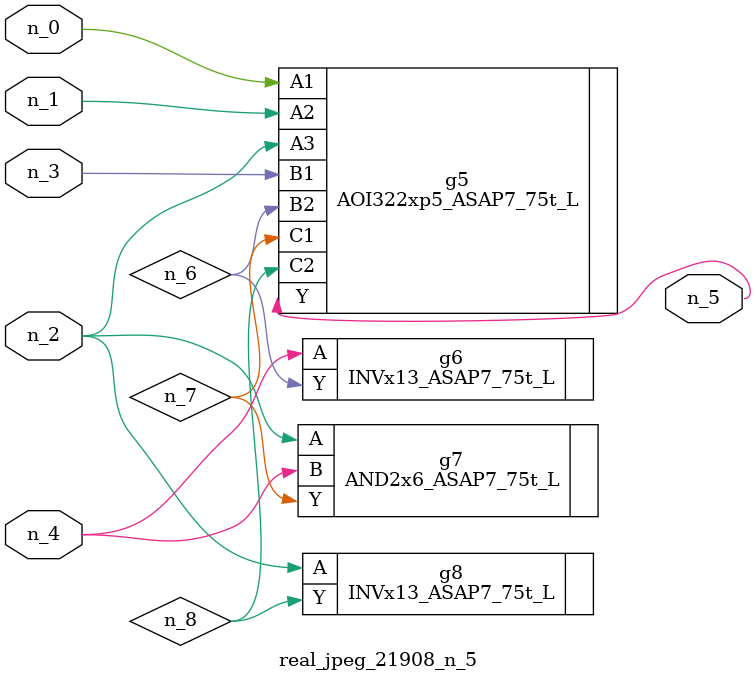
<source format=v>
module real_jpeg_21908_n_5 (n_4, n_0, n_1, n_2, n_3, n_5);

input n_4;
input n_0;
input n_1;
input n_2;
input n_3;

output n_5;

wire n_8;
wire n_6;
wire n_7;

AOI322xp5_ASAP7_75t_L g5 ( 
.A1(n_0),
.A2(n_1),
.A3(n_2),
.B1(n_3),
.B2(n_6),
.C1(n_7),
.C2(n_8),
.Y(n_5)
);

AND2x6_ASAP7_75t_L g7 ( 
.A(n_2),
.B(n_4),
.Y(n_7)
);

INVx13_ASAP7_75t_L g8 ( 
.A(n_2),
.Y(n_8)
);

INVx13_ASAP7_75t_L g6 ( 
.A(n_4),
.Y(n_6)
);


endmodule
</source>
